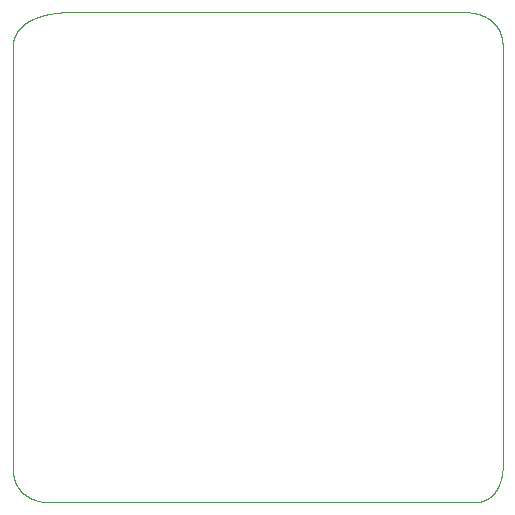
<source format=gbr>
%TF.GenerationSoftware,KiCad,Pcbnew,9.0.4*%
%TF.CreationDate,2025-09-01T01:35:23+05:30*%
%TF.ProjectId,L298,4c323938-2e6b-4696-9361-645f70636258,rev?*%
%TF.SameCoordinates,Original*%
%TF.FileFunction,Profile,NP*%
%FSLAX46Y46*%
G04 Gerber Fmt 4.6, Leading zero omitted, Abs format (unit mm)*
G04 Created by KiCad (PCBNEW 9.0.4) date 2025-09-01 01:35:23*
%MOMM*%
%LPD*%
G01*
G04 APERTURE LIST*
%ADD10C,0.050000*%
%TA.AperFunction,Profile*%
%ADD11C,0.050000*%
%TD*%
G04 APERTURE END LIST*
D10*
X188000000Y-90500000D02*
X188007897Y-90499990D01*
X188015778Y-90499960D01*
X188023642Y-90499910D01*
X188031490Y-90499840D01*
X188039321Y-90499751D01*
X188047135Y-90499642D01*
X188054933Y-90499512D01*
X188062715Y-90499364D01*
X188070481Y-90499195D01*
X188078230Y-90499007D01*
X188085962Y-90498799D01*
X188093679Y-90498572D01*
X188101379Y-90498325D01*
X188109064Y-90498059D01*
X188116732Y-90497773D01*
X188124384Y-90497468D01*
X188132020Y-90497144D01*
X188139640Y-90496800D01*
X188147244Y-90496437D01*
X188154832Y-90496055D01*
X188162405Y-90495653D01*
X188169962Y-90495233D01*
X188177503Y-90494793D01*
X188185028Y-90494334D01*
X188192537Y-90493856D01*
X188200031Y-90493359D01*
X188207509Y-90492843D01*
X188214972Y-90492308D01*
X188222419Y-90491754D01*
X188229851Y-90491182D01*
X188237267Y-90490590D01*
X188244668Y-90489980D01*
X188252054Y-90489351D01*
X188259424Y-90488703D01*
X188266779Y-90488036D01*
X188274118Y-90487351D01*
X188281443Y-90486647D01*
X188288752Y-90485925D01*
X188296047Y-90485184D01*
X188303326Y-90484424D01*
X188310590Y-90483646D01*
X188317839Y-90482849D01*
X188325074Y-90482034D01*
X188332293Y-90481201D01*
X188339498Y-90480349D01*
X188346687Y-90479478D01*
X188353862Y-90478590D01*
X188361022Y-90477683D01*
X188368168Y-90476758D01*
X188375298Y-90475814D01*
X188382415Y-90474852D01*
X188389516Y-90473873D01*
X188396603Y-90472875D01*
X188403675Y-90471859D01*
X188410734Y-90470824D01*
X188417777Y-90469772D01*
X188424807Y-90468702D01*
X188431821Y-90467613D01*
X188438822Y-90466507D01*
X188445807Y-90465383D01*
X188452780Y-90464240D01*
X188459737Y-90463080D01*
X188466682Y-90461902D01*
X188473611Y-90460706D01*
X188480527Y-90459492D01*
X188487427Y-90458261D01*
X188494316Y-90457011D01*
X188501188Y-90455744D01*
X188508049Y-90454459D01*
X188514893Y-90453157D01*
X188521726Y-90451836D01*
X188528543Y-90450499D01*
X188535348Y-90449143D01*
X188542138Y-90447770D01*
X188548915Y-90446379D01*
X188555677Y-90444970D01*
X188562428Y-90443544D01*
X188569162Y-90442101D01*
X188575886Y-90440640D01*
X188582593Y-90439161D01*
X188589290Y-90437665D01*
X188595970Y-90436152D01*
X188602640Y-90434620D01*
X188609294Y-90433072D01*
X188615937Y-90431506D01*
X188622564Y-90429923D01*
X188629180Y-90428323D01*
X188635781Y-90426705D01*
X188642371Y-90425069D01*
X188648945Y-90423417D01*
X188655509Y-90421747D01*
X188662057Y-90420060D01*
X188668594Y-90418356D01*
X188675116Y-90416634D01*
X188681628Y-90414895D01*
X188688124Y-90413139D01*
X188701080Y-90409576D01*
X188713984Y-90405943D01*
X188726837Y-90402242D01*
X188739640Y-90398473D01*
X188752392Y-90394635D01*
X188765094Y-90390729D01*
X188777745Y-90386755D01*
X188790347Y-90382713D01*
X188802900Y-90378603D01*
X188815403Y-90374425D01*
X188827857Y-90370179D01*
X188840262Y-90365866D01*
X188852619Y-90361484D01*
X188864928Y-90357036D01*
X188877189Y-90352519D01*
X188889402Y-90347935D01*
X188901567Y-90343284D01*
X188913686Y-90338565D01*
X188925757Y-90333779D01*
X188937782Y-90328925D01*
X188949760Y-90324004D01*
X188961691Y-90319016D01*
X188973577Y-90313961D01*
X188985417Y-90308838D01*
X188997211Y-90303648D01*
X189008959Y-90298391D01*
X189020663Y-90293067D01*
X189032321Y-90287675D01*
X189043935Y-90282216D01*
X189055504Y-90276690D01*
X189067029Y-90271096D01*
X189078510Y-90265435D01*
X189089947Y-90259707D01*
X189101340Y-90253911D01*
X189112689Y-90248048D01*
X189123995Y-90242118D01*
X189135258Y-90236120D01*
X189146478Y-90230054D01*
X189157655Y-90223921D01*
X189168789Y-90217720D01*
X189179881Y-90211451D01*
X189190931Y-90205115D01*
X189201938Y-90198710D01*
X189212904Y-90192238D01*
X189223828Y-90185698D01*
X189234710Y-90179089D01*
X189245551Y-90172412D01*
X189256350Y-90165667D01*
X189267108Y-90158854D01*
X189277826Y-90151972D01*
X189288502Y-90145021D01*
X189299137Y-90138001D01*
X189309732Y-90130913D01*
X189320287Y-90123756D01*
X189330801Y-90116529D01*
X189341275Y-90109234D01*
X189351709Y-90101869D01*
X189362103Y-90094434D01*
X189372456Y-90086930D01*
X189382771Y-90079356D01*
X189393045Y-90071712D01*
X189403280Y-90063998D01*
X189413476Y-90056214D01*
X189423632Y-90048359D01*
X189433749Y-90040434D01*
X189443826Y-90032438D01*
X189453865Y-90024371D01*
X189463864Y-90016233D01*
X189473825Y-90008024D01*
X189483747Y-89999743D01*
X189493629Y-89991391D01*
X189503474Y-89982967D01*
X189513279Y-89974471D01*
X189523046Y-89965903D01*
X189532774Y-89957263D01*
X189542464Y-89948550D01*
X189552115Y-89939764D01*
X189561728Y-89930905D01*
X189571302Y-89921973D01*
X189580838Y-89912968D01*
X189590336Y-89903889D01*
X189599795Y-89894736D01*
X189609216Y-89885509D01*
X189618599Y-89876208D01*
X189627943Y-89866833D01*
X189637249Y-89857383D01*
X189646517Y-89847858D01*
X189655746Y-89838258D01*
X189664937Y-89828582D01*
X189674090Y-89818831D01*
X189683205Y-89809004D01*
X189692281Y-89799101D01*
X189701319Y-89789122D01*
X189710318Y-89779066D01*
X189719279Y-89768934D01*
X189728201Y-89758724D01*
X189737085Y-89748438D01*
X189745931Y-89738074D01*
X189754738Y-89727632D01*
X189763506Y-89717112D01*
X189772235Y-89706514D01*
X189780926Y-89695837D01*
X189789577Y-89685082D01*
X189798190Y-89674248D01*
X189806764Y-89663334D01*
X189815299Y-89652342D01*
X189823794Y-89641269D01*
X189832250Y-89630117D01*
X189840667Y-89618884D01*
X189849044Y-89607571D01*
X189857382Y-89596178D01*
X189865680Y-89584703D01*
X189873938Y-89573148D01*
X189882157Y-89561511D01*
X189890335Y-89549792D01*
X189898473Y-89537992D01*
X189906571Y-89526109D01*
X189914628Y-89514144D01*
X189922645Y-89502097D01*
X189930621Y-89489966D01*
X189938556Y-89477753D01*
X189946449Y-89465457D01*
X189954302Y-89453077D01*
X189962114Y-89440613D01*
X189969883Y-89428065D01*
X189977611Y-89415433D01*
X189985297Y-89402717D01*
X189992941Y-89389917D01*
X190000543Y-89377031D01*
X190008102Y-89364061D01*
X190015619Y-89351005D01*
X190023092Y-89337864D01*
X190030523Y-89324638D01*
X190037910Y-89311325D01*
X190045253Y-89297927D01*
X190052553Y-89284443D01*
X190059809Y-89270873D01*
X190067020Y-89257216D01*
X190074187Y-89243473D01*
X190081309Y-89229643D01*
X190088387Y-89215726D01*
X190095419Y-89201722D01*
X190102405Y-89187631D01*
X190109346Y-89173453D01*
X190116241Y-89159188D01*
X190123089Y-89144835D01*
X190129891Y-89130395D01*
X190136646Y-89115867D01*
X190143353Y-89101252D01*
X190150014Y-89086549D01*
X190156626Y-89071758D01*
X190163191Y-89056880D01*
X190169706Y-89041914D01*
X190176174Y-89026860D01*
X190182592Y-89011718D01*
X190188961Y-88996489D01*
X190195280Y-88981172D01*
X190201549Y-88965767D01*
X190207767Y-88950275D01*
X190213935Y-88934696D01*
X190220052Y-88919029D01*
X190226117Y-88903275D01*
X190232131Y-88887434D01*
X190238092Y-88871506D01*
X190244001Y-88855491D01*
X190249856Y-88839390D01*
X190255658Y-88823202D01*
X190261407Y-88806929D01*
X190267101Y-88790570D01*
X190272741Y-88774125D01*
X190278326Y-88757596D01*
X190283855Y-88740981D01*
X190289329Y-88724283D01*
X190294746Y-88707501D01*
X190300106Y-88690635D01*
X190305410Y-88673687D01*
X190310655Y-88656656D01*
X190315843Y-88639544D01*
X190320972Y-88622350D01*
X190326042Y-88605076D01*
X190331053Y-88587722D01*
X190336003Y-88570290D01*
X190340893Y-88552779D01*
X190345722Y-88535191D01*
X190350490Y-88517527D01*
X190355196Y-88499787D01*
X190359839Y-88481974D01*
X190364419Y-88464087D01*
X190368936Y-88446127D01*
X190373388Y-88428098D01*
X190377776Y-88409998D01*
X190382099Y-88391831D01*
X190386355Y-88373597D01*
X190390546Y-88355299D01*
X190394669Y-88336937D01*
X190398725Y-88318513D01*
X190402713Y-88300031D01*
X190406632Y-88281490D01*
X190410482Y-88262895D01*
X190414262Y-88244246D01*
X190417971Y-88225546D01*
X190421609Y-88206799D01*
X190425175Y-88188006D01*
X190428669Y-88169171D01*
X190432089Y-88150296D01*
X190435436Y-88131385D01*
X190438708Y-88112442D01*
X190441904Y-88093471D01*
X190445025Y-88074474D01*
X190448069Y-88055457D01*
X190451035Y-88036424D01*
X190453924Y-88017381D01*
X190456733Y-87998331D01*
X190459463Y-87979282D01*
X190462112Y-87960239D01*
X190464679Y-87941209D01*
X190467165Y-87922199D01*
X190469568Y-87903216D01*
X190471887Y-87884269D01*
X190474121Y-87865366D01*
X190476270Y-87846519D01*
X190478333Y-87827737D01*
X190480308Y-87809033D01*
X190482195Y-87790418D01*
X190483993Y-87771909D01*
X190485701Y-87753519D01*
X190487318Y-87735268D01*
X190488843Y-87717175D01*
X190490275Y-87699263D01*
X190491613Y-87681556D01*
X190492856Y-87664083D01*
X190494003Y-87646879D01*
X190495053Y-87629983D01*
X190496004Y-87613440D01*
X190496856Y-87597307D01*
X190497608Y-87581651D01*
X190498258Y-87566560D01*
X190498805Y-87552144D01*
X190499249Y-87538556D01*
X190499589Y-87526012D01*
X190499825Y-87514857D01*
X190499959Y-87505728D01*
X190500000Y-87500000D01*
X149000000Y-87500000D02*
X149000010Y-87509477D01*
X149000040Y-87518934D01*
X149000090Y-87528371D01*
X149000160Y-87537788D01*
X149000249Y-87547185D01*
X149000358Y-87556562D01*
X149000488Y-87565920D01*
X149000636Y-87575258D01*
X149000805Y-87584576D01*
X149000993Y-87593874D01*
X149001201Y-87603153D01*
X149001428Y-87612413D01*
X149001675Y-87621653D01*
X149001941Y-87630873D01*
X149002227Y-87640074D01*
X149002532Y-87649255D01*
X149002856Y-87658418D01*
X149003200Y-87667560D01*
X149003563Y-87676684D01*
X149003945Y-87685789D01*
X149004346Y-87694874D01*
X149004767Y-87703940D01*
X149005206Y-87712987D01*
X149005665Y-87722015D01*
X149006143Y-87731024D01*
X149006640Y-87740013D01*
X149007155Y-87748985D01*
X149007690Y-87757936D01*
X149008243Y-87766870D01*
X149008816Y-87775784D01*
X149009407Y-87784680D01*
X149010017Y-87793556D01*
X149010646Y-87802415D01*
X149011293Y-87811254D01*
X149011959Y-87820075D01*
X149012644Y-87828877D01*
X149013347Y-87837661D01*
X149014069Y-87846426D01*
X149014809Y-87855173D01*
X149015568Y-87863901D01*
X149016346Y-87872612D01*
X149017141Y-87881303D01*
X149017955Y-87889977D01*
X149018788Y-87898632D01*
X149019639Y-87907269D01*
X149020508Y-87915887D01*
X149021395Y-87924489D01*
X149022301Y-87933071D01*
X149023224Y-87941636D01*
X149024166Y-87950182D01*
X149025126Y-87958711D01*
X149026104Y-87967221D01*
X149027100Y-87975714D01*
X149028115Y-87984188D01*
X149029147Y-87992646D01*
X149030197Y-88001084D01*
X149031265Y-88009506D01*
X149032351Y-88017910D01*
X149033455Y-88026296D01*
X149034576Y-88034664D01*
X149035716Y-88043016D01*
X149036873Y-88051348D01*
X149038048Y-88059665D01*
X149039240Y-88067963D01*
X149040450Y-88076244D01*
X149041678Y-88084507D01*
X149042924Y-88092754D01*
X149044187Y-88100982D01*
X149045468Y-88109195D01*
X149046766Y-88117388D01*
X149048082Y-88125566D01*
X149049415Y-88133725D01*
X149050765Y-88141869D01*
X149052133Y-88149994D01*
X149053519Y-88158104D01*
X149054922Y-88166194D01*
X149056342Y-88174270D01*
X149057779Y-88182327D01*
X149059234Y-88190369D01*
X149060706Y-88198392D01*
X149062195Y-88206400D01*
X149063701Y-88214390D01*
X149065225Y-88222364D01*
X149066765Y-88230321D01*
X149068323Y-88238262D01*
X149069898Y-88246185D01*
X149071490Y-88254093D01*
X149073099Y-88261982D01*
X149074725Y-88269857D01*
X149076368Y-88277714D01*
X149078028Y-88285556D01*
X149079705Y-88293379D01*
X149081399Y-88301189D01*
X149083109Y-88308980D01*
X149084837Y-88316756D01*
X149086581Y-88324515D01*
X149088343Y-88332259D01*
X149090121Y-88339985D01*
X149091916Y-88347696D01*
X149093727Y-88355390D01*
X149095556Y-88363070D01*
X149097400Y-88370731D01*
X149099262Y-88378379D01*
X149101140Y-88386008D01*
X149103036Y-88393623D01*
X149104947Y-88401221D01*
X149106875Y-88408805D01*
X149108820Y-88416370D01*
X149110782Y-88423923D01*
X149112759Y-88431457D01*
X149114754Y-88438978D01*
X149116764Y-88446480D01*
X149118792Y-88453970D01*
X149120836Y-88461441D01*
X149122896Y-88468899D01*
X149124973Y-88476339D01*
X149127066Y-88483766D01*
X149129175Y-88491175D01*
X149131301Y-88498571D01*
X149133443Y-88505949D01*
X149135602Y-88513315D01*
X149137777Y-88520662D01*
X149139968Y-88527997D01*
X149142175Y-88535313D01*
X149144399Y-88542617D01*
X149146638Y-88549903D01*
X149148895Y-88557177D01*
X149151167Y-88564433D01*
X149153456Y-88571676D01*
X149155760Y-88578902D01*
X149160418Y-88593310D01*
X149165140Y-88607659D01*
X149169927Y-88621948D01*
X149174778Y-88636177D01*
X149179693Y-88650347D01*
X149184672Y-88664458D01*
X149189715Y-88678510D01*
X149194821Y-88692504D01*
X149199992Y-88706440D01*
X149205226Y-88720317D01*
X149210524Y-88734137D01*
X149215885Y-88747899D01*
X149221310Y-88761604D01*
X149226797Y-88775252D01*
X149232348Y-88788843D01*
X149237962Y-88802378D01*
X149243640Y-88815856D01*
X149249380Y-88829278D01*
X149255183Y-88842644D01*
X149261049Y-88855954D01*
X149266977Y-88869209D01*
X149272969Y-88882409D01*
X149279023Y-88895553D01*
X149285140Y-88908643D01*
X149291319Y-88921678D01*
X149297561Y-88934659D01*
X149303866Y-88947586D01*
X149310233Y-88960459D01*
X149316662Y-88973277D01*
X149323154Y-88986043D01*
X149329708Y-88998755D01*
X149336325Y-89011413D01*
X149343004Y-89024019D01*
X149349745Y-89036572D01*
X149356549Y-89049072D01*
X149363415Y-89061520D01*
X149370344Y-89073916D01*
X149377335Y-89086259D01*
X149384388Y-89098551D01*
X149391503Y-89110790D01*
X149398681Y-89122979D01*
X149405922Y-89135116D01*
X149413224Y-89147201D01*
X149420589Y-89159236D01*
X149428017Y-89171220D01*
X149435507Y-89183152D01*
X149443059Y-89195035D01*
X149450674Y-89206867D01*
X149458352Y-89218648D01*
X149466092Y-89230380D01*
X149473895Y-89242061D01*
X149481760Y-89253692D01*
X149489688Y-89265274D01*
X149497679Y-89276806D01*
X149505733Y-89288289D01*
X149513850Y-89299722D01*
X149522030Y-89311106D01*
X149530272Y-89322441D01*
X149538578Y-89333727D01*
X149546947Y-89344964D01*
X149555379Y-89356153D01*
X149563874Y-89367292D01*
X149572433Y-89378383D01*
X149581055Y-89389426D01*
X149589741Y-89400420D01*
X149598490Y-89411366D01*
X149607303Y-89422264D01*
X149616180Y-89433114D01*
X149625120Y-89443915D01*
X149634125Y-89454669D01*
X149643193Y-89465375D01*
X149652326Y-89476033D01*
X149661522Y-89486643D01*
X149670784Y-89497206D01*
X149680109Y-89507721D01*
X149689499Y-89518189D01*
X149698954Y-89528609D01*
X149708474Y-89538981D01*
X149718058Y-89549306D01*
X149727707Y-89559584D01*
X149737422Y-89569815D01*
X149747201Y-89579998D01*
X149757046Y-89590134D01*
X149766956Y-89600223D01*
X149776932Y-89610265D01*
X149786974Y-89620260D01*
X149797081Y-89630207D01*
X149807254Y-89640108D01*
X149817493Y-89649961D01*
X149827799Y-89659767D01*
X149838170Y-89669526D01*
X149848608Y-89679238D01*
X149859113Y-89688903D01*
X149869684Y-89698520D01*
X149880322Y-89708091D01*
X149891027Y-89717614D01*
X149901798Y-89727090D01*
X149912637Y-89736519D01*
X149923544Y-89745901D01*
X149934517Y-89755235D01*
X149945559Y-89764522D01*
X149956668Y-89773762D01*
X149967844Y-89782955D01*
X149979089Y-89792100D01*
X149990402Y-89801197D01*
X150001783Y-89810247D01*
X150013232Y-89819249D01*
X150024749Y-89828204D01*
X150036336Y-89837111D01*
X150047990Y-89845970D01*
X150059714Y-89854781D01*
X150071507Y-89863544D01*
X150083368Y-89872259D01*
X150095299Y-89880925D01*
X150107299Y-89889544D01*
X150119368Y-89898114D01*
X150131507Y-89906635D01*
X150143716Y-89915108D01*
X150155994Y-89923533D01*
X150168342Y-89931908D01*
X150180760Y-89940235D01*
X150193248Y-89948512D01*
X150205806Y-89956740D01*
X150218434Y-89964919D01*
X150231133Y-89973048D01*
X150243902Y-89981128D01*
X150256741Y-89989158D01*
X150269651Y-89997138D01*
X150282631Y-90005067D01*
X150295683Y-90012947D01*
X150308804Y-90020776D01*
X150321997Y-90028554D01*
X150335261Y-90036282D01*
X150348595Y-90043958D01*
X150362000Y-90051584D01*
X150375476Y-90059158D01*
X150389023Y-90066680D01*
X150402642Y-90074151D01*
X150416331Y-90081570D01*
X150430091Y-90088936D01*
X150443922Y-90096250D01*
X150457824Y-90103512D01*
X150471797Y-90110720D01*
X150485841Y-90117876D01*
X150499956Y-90124978D01*
X150514142Y-90132027D01*
X150528398Y-90139021D01*
X150542725Y-90145962D01*
X150557123Y-90152848D01*
X150571592Y-90159680D01*
X150586130Y-90166457D01*
X150600739Y-90173179D01*
X150615419Y-90179845D01*
X150630168Y-90186456D01*
X150644987Y-90193011D01*
X150659876Y-90199509D01*
X150674834Y-90205951D01*
X150689862Y-90212336D01*
X150704958Y-90218664D01*
X150720124Y-90224934D01*
X150735357Y-90231146D01*
X150750660Y-90237300D01*
X150766030Y-90243396D01*
X150781467Y-90249433D01*
X150796972Y-90255411D01*
X150812544Y-90261329D01*
X150828183Y-90267187D01*
X150843887Y-90272985D01*
X150859657Y-90278723D01*
X150875492Y-90284399D01*
X150891392Y-90290014D01*
X150907356Y-90295568D01*
X150923383Y-90301059D01*
X150939473Y-90306488D01*
X150955626Y-90311854D01*
X150971840Y-90317156D01*
X150988115Y-90322395D01*
X151004450Y-90327569D01*
X151020844Y-90332679D01*
X151037296Y-90337724D01*
X151053807Y-90342703D01*
X151070373Y-90347616D01*
X151086996Y-90352463D01*
X151103672Y-90357244D01*
X151120402Y-90361956D01*
X151137185Y-90366601D01*
X151154018Y-90371178D01*
X151170901Y-90375686D01*
X151187832Y-90380124D01*
X151204810Y-90384493D01*
X151221833Y-90388792D01*
X151238900Y-90393019D01*
X151256008Y-90397176D01*
X151273157Y-90401260D01*
X151290343Y-90405272D01*
X151307565Y-90409211D01*
X151324822Y-90413076D01*
X151342109Y-90416867D01*
X151359426Y-90420584D01*
X151376769Y-90424225D01*
X151394136Y-90427790D01*
X151411524Y-90431279D01*
X151428930Y-90434691D01*
X151446350Y-90438025D01*
X151463780Y-90441280D01*
X151481218Y-90444457D01*
X151498660Y-90447553D01*
X151516100Y-90450570D01*
X151533534Y-90453505D01*
X151550958Y-90456359D01*
X151568367Y-90459130D01*
X151585754Y-90461818D01*
X151603113Y-90464422D01*
X151620439Y-90466941D01*
X151637725Y-90469375D01*
X151654961Y-90471723D01*
X151672141Y-90473984D01*
X151689256Y-90476157D01*
X151706295Y-90478241D01*
X151723248Y-90480236D01*
X151740103Y-90482141D01*
X151756847Y-90483955D01*
X151773466Y-90485677D01*
X151789944Y-90487306D01*
X151806263Y-90488842D01*
X151822403Y-90490282D01*
X151838341Y-90491627D01*
X151854051Y-90492876D01*
X151869503Y-90494027D01*
X151884661Y-90495079D01*
X151899484Y-90496032D01*
X151913922Y-90496884D01*
X151927913Y-90497634D01*
X151941380Y-90498282D01*
X151954223Y-90498827D01*
X151966304Y-90499267D01*
X151977426Y-90499603D01*
X151987277Y-90499834D01*
X151995271Y-90499963D01*
X152000000Y-90500000D01*
X149000000Y-52000000D02*
X149000010Y-51992261D01*
X149000040Y-51984535D01*
X149000090Y-51976822D01*
X149000160Y-51969123D01*
X149000249Y-51961436D01*
X149000359Y-51953763D01*
X149000488Y-51946103D01*
X149000637Y-51938457D01*
X149000806Y-51930823D01*
X149000994Y-51923202D01*
X149001202Y-51915594D01*
X149001430Y-51907999D01*
X149001678Y-51900417D01*
X149001945Y-51892849D01*
X149002231Y-51885292D01*
X149002537Y-51877749D01*
X149002863Y-51870218D01*
X149003208Y-51862701D01*
X149003572Y-51855195D01*
X149003956Y-51847703D01*
X149004359Y-51840223D01*
X149004781Y-51832756D01*
X149005223Y-51825301D01*
X149005684Y-51817859D01*
X149006164Y-51810429D01*
X149006664Y-51803012D01*
X149007182Y-51795606D01*
X149007720Y-51788214D01*
X149008277Y-51780834D01*
X149008853Y-51773466D01*
X149009448Y-51766110D01*
X149010063Y-51758767D01*
X149010696Y-51751435D01*
X149011348Y-51744117D01*
X149012020Y-51736809D01*
X149012710Y-51729515D01*
X149013419Y-51722232D01*
X149014147Y-51714961D01*
X149014894Y-51707702D01*
X149015660Y-51700456D01*
X149016444Y-51693220D01*
X149017248Y-51685998D01*
X149018070Y-51678786D01*
X149018911Y-51671587D01*
X149019771Y-51664399D01*
X149020649Y-51657223D01*
X149021546Y-51650058D01*
X149022462Y-51642906D01*
X149023396Y-51635765D01*
X149024349Y-51628636D01*
X149025321Y-51621518D01*
X149026311Y-51614412D01*
X149027320Y-51607317D01*
X149028348Y-51600234D01*
X149029394Y-51593161D01*
X149030458Y-51586102D01*
X149031541Y-51579052D01*
X149032642Y-51572015D01*
X149033762Y-51564987D01*
X149034901Y-51557973D01*
X149036058Y-51550968D01*
X149037233Y-51543976D01*
X149038426Y-51536993D01*
X149039638Y-51530023D01*
X149040868Y-51523063D01*
X149042117Y-51516115D01*
X149043384Y-51509177D01*
X149044669Y-51502252D01*
X149045973Y-51495335D01*
X149047294Y-51488432D01*
X149048634Y-51481537D01*
X149049992Y-51474655D01*
X149051369Y-51467782D01*
X149052764Y-51460922D01*
X149054177Y-51454070D01*
X149055608Y-51447232D01*
X149057057Y-51440402D01*
X149058524Y-51433584D01*
X149061514Y-51419979D01*
X149064575Y-51406417D01*
X149067710Y-51392896D01*
X149070916Y-51379417D01*
X149074195Y-51365980D01*
X149077546Y-51352584D01*
X149080969Y-51339229D01*
X149084464Y-51325915D01*
X149088031Y-51312641D01*
X149091669Y-51299407D01*
X149095380Y-51286214D01*
X149099162Y-51273060D01*
X149103017Y-51259946D01*
X149106943Y-51246871D01*
X149110940Y-51233836D01*
X149115009Y-51220839D01*
X149119150Y-51207881D01*
X149123362Y-51194961D01*
X149127646Y-51182080D01*
X149132002Y-51169236D01*
X149136429Y-51156430D01*
X149140927Y-51143662D01*
X149145498Y-51130931D01*
X149150139Y-51118237D01*
X149154853Y-51105579D01*
X149159638Y-51092959D01*
X149164494Y-51080375D01*
X149169422Y-51067827D01*
X149174422Y-51055315D01*
X149179494Y-51042839D01*
X149184637Y-51030399D01*
X149189852Y-51017994D01*
X149195139Y-51005625D01*
X149200498Y-50993290D01*
X149205929Y-50980990D01*
X149211432Y-50968725D01*
X149217006Y-50956494D01*
X149222654Y-50944298D01*
X149228373Y-50932136D01*
X149234165Y-50920007D01*
X149240029Y-50907913D01*
X149245965Y-50895852D01*
X149251974Y-50883824D01*
X149258056Y-50871830D01*
X149264211Y-50859868D01*
X149270439Y-50847940D01*
X149276739Y-50836044D01*
X149283113Y-50824181D01*
X149289560Y-50812350D01*
X149296081Y-50800552D01*
X149302675Y-50788786D01*
X149309343Y-50777051D01*
X149316084Y-50765349D01*
X149322900Y-50753678D01*
X149329789Y-50742038D01*
X149336753Y-50730430D01*
X149343791Y-50718854D01*
X149350904Y-50707308D01*
X149358092Y-50695793D01*
X149365354Y-50684310D01*
X149372692Y-50672857D01*
X149380104Y-50661434D01*
X149387593Y-50650043D01*
X149395157Y-50638681D01*
X149402796Y-50627350D01*
X149410512Y-50616049D01*
X149418304Y-50604778D01*
X149426172Y-50593537D01*
X149434117Y-50582326D01*
X149442139Y-50571145D01*
X149450238Y-50559993D01*
X149458414Y-50548871D01*
X149466668Y-50537778D01*
X149474999Y-50526715D01*
X149483408Y-50515681D01*
X149491896Y-50504676D01*
X149500461Y-50493701D01*
X149509106Y-50482755D01*
X149517829Y-50471837D01*
X149526631Y-50460949D01*
X149535513Y-50450090D01*
X149544475Y-50439259D01*
X149553516Y-50428457D01*
X149562637Y-50417684D01*
X149571839Y-50406940D01*
X149581122Y-50396224D01*
X149590485Y-50385537D01*
X149599930Y-50374878D01*
X149609456Y-50364248D01*
X149619064Y-50353646D01*
X149628754Y-50343073D01*
X149638526Y-50332528D01*
X149648381Y-50322012D01*
X149658318Y-50311524D01*
X149668339Y-50301064D01*
X149678444Y-50290633D01*
X149688632Y-50280230D01*
X149698904Y-50269855D01*
X149709261Y-50259509D01*
X149719702Y-50249191D01*
X149730228Y-50238901D01*
X149740840Y-50228640D01*
X149751537Y-50218407D01*
X149762321Y-50208202D01*
X149773190Y-50198026D01*
X149784146Y-50187878D01*
X149795189Y-50177759D01*
X149806319Y-50167668D01*
X149817537Y-50157605D01*
X149828842Y-50147571D01*
X149840236Y-50137566D01*
X149851718Y-50127589D01*
X149863289Y-50117640D01*
X149874949Y-50107721D01*
X149886699Y-50097830D01*
X149898539Y-50087968D01*
X149910469Y-50078134D01*
X149922489Y-50068330D01*
X149934600Y-50058554D01*
X149946803Y-50048808D01*
X149959097Y-50039090D01*
X149971483Y-50029402D01*
X149983961Y-50019743D01*
X149996532Y-50010114D01*
X150009196Y-50000514D01*
X150021953Y-49990943D01*
X150034804Y-49981402D01*
X150047748Y-49971890D01*
X150060788Y-49962409D01*
X150073921Y-49952957D01*
X150087150Y-49943535D01*
X150100475Y-49934144D01*
X150113895Y-49924782D01*
X150127411Y-49915451D01*
X150141024Y-49906150D01*
X150154733Y-49896880D01*
X150168540Y-49887641D01*
X150182444Y-49878432D01*
X150196446Y-49869255D01*
X150210547Y-49860108D01*
X150224746Y-49850993D01*
X150239043Y-49841909D01*
X150253441Y-49832857D01*
X150267937Y-49823836D01*
X150282534Y-49814848D01*
X150297231Y-49805891D01*
X150312029Y-49796966D01*
X150326928Y-49788074D01*
X150341928Y-49779214D01*
X150357030Y-49770387D01*
X150372234Y-49761593D01*
X150387540Y-49752832D01*
X150402949Y-49744103D01*
X150418461Y-49735409D01*
X150434077Y-49726748D01*
X150449796Y-49718120D01*
X150465619Y-49709527D01*
X150481547Y-49700968D01*
X150497579Y-49692443D01*
X150513717Y-49683953D01*
X150529959Y-49675497D01*
X150546308Y-49667077D01*
X150562762Y-49658692D01*
X150579323Y-49650342D01*
X150595990Y-49642028D01*
X150612764Y-49633750D01*
X150629645Y-49625508D01*
X150646633Y-49617302D01*
X150663730Y-49609133D01*
X150680934Y-49601001D01*
X150698247Y-49592906D01*
X150715668Y-49584848D01*
X150733198Y-49576828D01*
X150750837Y-49568846D01*
X150768585Y-49560902D01*
X150786443Y-49552996D01*
X150804411Y-49545129D01*
X150822488Y-49537301D01*
X150840676Y-49529512D01*
X150858975Y-49521763D01*
X150877384Y-49514053D01*
X150895904Y-49506383D01*
X150914536Y-49498754D01*
X150933278Y-49491166D01*
X150952132Y-49483618D01*
X150971098Y-49476112D01*
X150990175Y-49468647D01*
X151009364Y-49461224D01*
X151028666Y-49453843D01*
X151048079Y-49446505D01*
X151067605Y-49439209D01*
X151087243Y-49431957D01*
X151106994Y-49424748D01*
X151126858Y-49417583D01*
X151146834Y-49410462D01*
X151166923Y-49403386D01*
X151187124Y-49396354D01*
X151207439Y-49389368D01*
X151227866Y-49382427D01*
X151248406Y-49375532D01*
X151269059Y-49368683D01*
X151289824Y-49361881D01*
X151310702Y-49355126D01*
X151331693Y-49348418D01*
X151352796Y-49341758D01*
X151374012Y-49335146D01*
X151395340Y-49328582D01*
X151416780Y-49322068D01*
X151438332Y-49315602D01*
X151459996Y-49309187D01*
X151481771Y-49302821D01*
X151503658Y-49296506D01*
X151525655Y-49290242D01*
X151547763Y-49284029D01*
X151569982Y-49277868D01*
X151592311Y-49271759D01*
X151614749Y-49265703D01*
X151637296Y-49259699D01*
X151659953Y-49253750D01*
X151682717Y-49247854D01*
X151705589Y-49242012D01*
X151728569Y-49236225D01*
X151751655Y-49230494D01*
X151774847Y-49224818D01*
X151798144Y-49219198D01*
X151821546Y-49213635D01*
X151845051Y-49208129D01*
X151868660Y-49202681D01*
X151892370Y-49197291D01*
X151916182Y-49191960D01*
X151940094Y-49186687D01*
X151964105Y-49181474D01*
X151988214Y-49176322D01*
X152012420Y-49171230D01*
X152036721Y-49166199D01*
X152061117Y-49161229D01*
X152085606Y-49156322D01*
X152110187Y-49151478D01*
X152134857Y-49146697D01*
X152159616Y-49141979D01*
X152184462Y-49137327D01*
X152209392Y-49132739D01*
X152234406Y-49128216D01*
X152259500Y-49123760D01*
X152284673Y-49119370D01*
X152309923Y-49115047D01*
X152335247Y-49110792D01*
X152360642Y-49106606D01*
X152386107Y-49102489D01*
X152411638Y-49098441D01*
X152437232Y-49094464D01*
X152462887Y-49090557D01*
X152488598Y-49086722D01*
X152514363Y-49082959D01*
X152540177Y-49079269D01*
X152566037Y-49075653D01*
X152591939Y-49072110D01*
X152617878Y-49068643D01*
X152643849Y-49065250D01*
X152669848Y-49061935D01*
X152695869Y-49058695D01*
X152721906Y-49055534D01*
X152747954Y-49052451D01*
X152774006Y-49049447D01*
X152800055Y-49046522D01*
X152826094Y-49043678D01*
X152852115Y-49040916D01*
X152878109Y-49038235D01*
X152904068Y-49035638D01*
X152929981Y-49033124D01*
X152955839Y-49030694D01*
X152981629Y-49028350D01*
X153007339Y-49026092D01*
X153032956Y-49023920D01*
X153058465Y-49021837D01*
X153083849Y-49019842D01*
X153109093Y-49017937D01*
X153134175Y-49016122D01*
X153159074Y-49014399D01*
X153183767Y-49012768D01*
X153208226Y-49011230D01*
X153232422Y-49009786D01*
X153256320Y-49008438D01*
X153279882Y-49007186D01*
X153303061Y-49006031D01*
X153325807Y-49004974D01*
X153348057Y-49004017D01*
X153369735Y-49003159D01*
X153390752Y-49002404D01*
X153410991Y-49001750D01*
X153430305Y-49001200D01*
X153448492Y-49000754D01*
X153465263Y-49000413D01*
X153480160Y-49000176D01*
X153492342Y-49000042D01*
X153500000Y-49000000D01*
X190500000Y-52000000D02*
X190499990Y-51990523D01*
X190499960Y-51981066D01*
X190499910Y-51971629D01*
X190499840Y-51962212D01*
X190499751Y-51952815D01*
X190499642Y-51943438D01*
X190499512Y-51934080D01*
X190499364Y-51924742D01*
X190499195Y-51915424D01*
X190499007Y-51906126D01*
X190498799Y-51896847D01*
X190498572Y-51887587D01*
X190498325Y-51878347D01*
X190498059Y-51869127D01*
X190497773Y-51859926D01*
X190497468Y-51850745D01*
X190497144Y-51841582D01*
X190496800Y-51832440D01*
X190496437Y-51823316D01*
X190496055Y-51814211D01*
X190495654Y-51805126D01*
X190495233Y-51796060D01*
X190494794Y-51787013D01*
X190494335Y-51777985D01*
X190493857Y-51768976D01*
X190493360Y-51759987D01*
X190492845Y-51751015D01*
X190492310Y-51742064D01*
X190491757Y-51733130D01*
X190491184Y-51724216D01*
X190490593Y-51715320D01*
X190489983Y-51706444D01*
X190489354Y-51697585D01*
X190488707Y-51688746D01*
X190488041Y-51679925D01*
X190487356Y-51671123D01*
X190486653Y-51662339D01*
X190485931Y-51653574D01*
X190485191Y-51644827D01*
X190484432Y-51636099D01*
X190483654Y-51627388D01*
X190482859Y-51618697D01*
X190482045Y-51610023D01*
X190481212Y-51601368D01*
X190480361Y-51592731D01*
X190479492Y-51584113D01*
X190478605Y-51575511D01*
X190477699Y-51566929D01*
X190476776Y-51558364D01*
X190475834Y-51549818D01*
X190474874Y-51541289D01*
X190473896Y-51532779D01*
X190472900Y-51524286D01*
X190471885Y-51515812D01*
X190470853Y-51507354D01*
X190469803Y-51498916D01*
X190468735Y-51490494D01*
X190467649Y-51482090D01*
X190466545Y-51473704D01*
X190465424Y-51465336D01*
X190464284Y-51456984D01*
X190463127Y-51448652D01*
X190461952Y-51440335D01*
X190460760Y-51432037D01*
X190459550Y-51423756D01*
X190458322Y-51415493D01*
X190457076Y-51407246D01*
X190455813Y-51399018D01*
X190454532Y-51390805D01*
X190453234Y-51382612D01*
X190451918Y-51374434D01*
X190450585Y-51366275D01*
X190449235Y-51358131D01*
X190447867Y-51350006D01*
X190446481Y-51341896D01*
X190445078Y-51333806D01*
X190443658Y-51325730D01*
X190442221Y-51317673D01*
X190440766Y-51309631D01*
X190439294Y-51301608D01*
X190437805Y-51293600D01*
X190436299Y-51285610D01*
X190434775Y-51277636D01*
X190433235Y-51269679D01*
X190431677Y-51261738D01*
X190430102Y-51253815D01*
X190428510Y-51245907D01*
X190426901Y-51238018D01*
X190425275Y-51230143D01*
X190423632Y-51222286D01*
X190421972Y-51214444D01*
X190420295Y-51206621D01*
X190418601Y-51198811D01*
X190416891Y-51191020D01*
X190415163Y-51183244D01*
X190413419Y-51175485D01*
X190411657Y-51167741D01*
X190409879Y-51160015D01*
X190408084Y-51152304D01*
X190406273Y-51144610D01*
X190404444Y-51136930D01*
X190402600Y-51129269D01*
X190400738Y-51121621D01*
X190398860Y-51113992D01*
X190396964Y-51106377D01*
X190395053Y-51098779D01*
X190393125Y-51091195D01*
X190391180Y-51083630D01*
X190389218Y-51076077D01*
X190387241Y-51068543D01*
X190385246Y-51061022D01*
X190383236Y-51053520D01*
X190381208Y-51046030D01*
X190379164Y-51038559D01*
X190377104Y-51031101D01*
X190375027Y-51023661D01*
X190372934Y-51016234D01*
X190370825Y-51008825D01*
X190368699Y-51001429D01*
X190366557Y-50994051D01*
X190364398Y-50986685D01*
X190362223Y-50979338D01*
X190360032Y-50972003D01*
X190357825Y-50964687D01*
X190355601Y-50957383D01*
X190353362Y-50950097D01*
X190351105Y-50942823D01*
X190348833Y-50935567D01*
X190346544Y-50928324D01*
X190344240Y-50921098D01*
X190339582Y-50906690D01*
X190334860Y-50892341D01*
X190330073Y-50878052D01*
X190325222Y-50863823D01*
X190320307Y-50849653D01*
X190315328Y-50835542D01*
X190310285Y-50821490D01*
X190305179Y-50807496D01*
X190300008Y-50793560D01*
X190294774Y-50779683D01*
X190289476Y-50765863D01*
X190284115Y-50752101D01*
X190278690Y-50738396D01*
X190273203Y-50724748D01*
X190267652Y-50711157D01*
X190262038Y-50697622D01*
X190256360Y-50684144D01*
X190250620Y-50670722D01*
X190244817Y-50657356D01*
X190238951Y-50644046D01*
X190233023Y-50630791D01*
X190227031Y-50617591D01*
X190220977Y-50604447D01*
X190214860Y-50591357D01*
X190208681Y-50578322D01*
X190202439Y-50565341D01*
X190196134Y-50552414D01*
X190189767Y-50539541D01*
X190183338Y-50526723D01*
X190176846Y-50513957D01*
X190170292Y-50501245D01*
X190163675Y-50488587D01*
X190156996Y-50475981D01*
X190150255Y-50463428D01*
X190143451Y-50450928D01*
X190136585Y-50438480D01*
X190129656Y-50426084D01*
X190122665Y-50413741D01*
X190115612Y-50401449D01*
X190108497Y-50389210D01*
X190101319Y-50377021D01*
X190094078Y-50364884D01*
X190086776Y-50352799D01*
X190079411Y-50340764D01*
X190071983Y-50328780D01*
X190064493Y-50316848D01*
X190056941Y-50304965D01*
X190049326Y-50293133D01*
X190041648Y-50281352D01*
X190033908Y-50269620D01*
X190026105Y-50257939D01*
X190018240Y-50246308D01*
X190010312Y-50234726D01*
X190002321Y-50223194D01*
X189994267Y-50211711D01*
X189986150Y-50200278D01*
X189977970Y-50188894D01*
X189969728Y-50177559D01*
X189961422Y-50166273D01*
X189953053Y-50155036D01*
X189944621Y-50143847D01*
X189936126Y-50132708D01*
X189927567Y-50121617D01*
X189918945Y-50110574D01*
X189910259Y-50099580D01*
X189901510Y-50088634D01*
X189892697Y-50077736D01*
X189883820Y-50066886D01*
X189874880Y-50056085D01*
X189865875Y-50045331D01*
X189856807Y-50034625D01*
X189847674Y-50023967D01*
X189838478Y-50013357D01*
X189829216Y-50002794D01*
X189819891Y-49992279D01*
X189810501Y-49981811D01*
X189801046Y-49971391D01*
X189791526Y-49961019D01*
X189781942Y-49950694D01*
X189772293Y-49940416D01*
X189762578Y-49930185D01*
X189752799Y-49920002D01*
X189742954Y-49909866D01*
X189733044Y-49899777D01*
X189723068Y-49889735D01*
X189713026Y-49879740D01*
X189702919Y-49869793D01*
X189692746Y-49859892D01*
X189682507Y-49850039D01*
X189672201Y-49840233D01*
X189661830Y-49830474D01*
X189651392Y-49820762D01*
X189640887Y-49811097D01*
X189630316Y-49801480D01*
X189619678Y-49791909D01*
X189608973Y-49782386D01*
X189598202Y-49772910D01*
X189587363Y-49763481D01*
X189576456Y-49754099D01*
X189565483Y-49744765D01*
X189554441Y-49735478D01*
X189543332Y-49726238D01*
X189532156Y-49717045D01*
X189520911Y-49707900D01*
X189509598Y-49698803D01*
X189498217Y-49689753D01*
X189486768Y-49680751D01*
X189475251Y-49671796D01*
X189463664Y-49662889D01*
X189452010Y-49654030D01*
X189440286Y-49645219D01*
X189428493Y-49636456D01*
X189416632Y-49627741D01*
X189404701Y-49619075D01*
X189392701Y-49610456D01*
X189380632Y-49601886D01*
X189368493Y-49593365D01*
X189356284Y-49584892D01*
X189344006Y-49576467D01*
X189331658Y-49568092D01*
X189319240Y-49559765D01*
X189306752Y-49551488D01*
X189294194Y-49543260D01*
X189281566Y-49535081D01*
X189268867Y-49526952D01*
X189256098Y-49518872D01*
X189243259Y-49510842D01*
X189230349Y-49502862D01*
X189217369Y-49494933D01*
X189204317Y-49487053D01*
X189191196Y-49479224D01*
X189178003Y-49471446D01*
X189164739Y-49463718D01*
X189151405Y-49456042D01*
X189138000Y-49448416D01*
X189124524Y-49440842D01*
X189110977Y-49433320D01*
X189097358Y-49425849D01*
X189083669Y-49418430D01*
X189069909Y-49411064D01*
X189056078Y-49403750D01*
X189042176Y-49396488D01*
X189028203Y-49389280D01*
X189014159Y-49382124D01*
X189000044Y-49375022D01*
X188985858Y-49367973D01*
X188971602Y-49360979D01*
X188957275Y-49354038D01*
X188942877Y-49347152D01*
X188928408Y-49340320D01*
X188913870Y-49333543D01*
X188899261Y-49326821D01*
X188884581Y-49320155D01*
X188869832Y-49313544D01*
X188855013Y-49306989D01*
X188840124Y-49300491D01*
X188825166Y-49294049D01*
X188810138Y-49287664D01*
X188795042Y-49281336D01*
X188779876Y-49275066D01*
X188764643Y-49268854D01*
X188749340Y-49262700D01*
X188733970Y-49256604D01*
X188718533Y-49250567D01*
X188703028Y-49244589D01*
X188687456Y-49238671D01*
X188671817Y-49232813D01*
X188656113Y-49227015D01*
X188640343Y-49221277D01*
X188624508Y-49215601D01*
X188608608Y-49209986D01*
X188592644Y-49204432D01*
X188576617Y-49198941D01*
X188560527Y-49193512D01*
X188544374Y-49188146D01*
X188528160Y-49182844D01*
X188511885Y-49177605D01*
X188495550Y-49172431D01*
X188479156Y-49167321D01*
X188462704Y-49162276D01*
X188446193Y-49157297D01*
X188429627Y-49152384D01*
X188413004Y-49147537D01*
X188396328Y-49142756D01*
X188379598Y-49138044D01*
X188362815Y-49133399D01*
X188345982Y-49128822D01*
X188329099Y-49124314D01*
X188312168Y-49119876D01*
X188295190Y-49115507D01*
X188278167Y-49111208D01*
X188261100Y-49106981D01*
X188243992Y-49102824D01*
X188226843Y-49098740D01*
X188209657Y-49094728D01*
X188192435Y-49090789D01*
X188175178Y-49086924D01*
X188157891Y-49083133D01*
X188140574Y-49079416D01*
X188123231Y-49075775D01*
X188105864Y-49072210D01*
X188088476Y-49068721D01*
X188071070Y-49065309D01*
X188053650Y-49061975D01*
X188036220Y-49058720D01*
X188018782Y-49055543D01*
X188001340Y-49052447D01*
X187983900Y-49049430D01*
X187966466Y-49046495D01*
X187949042Y-49043641D01*
X187931633Y-49040870D01*
X187914246Y-49038182D01*
X187896887Y-49035578D01*
X187879561Y-49033059D01*
X187862275Y-49030625D01*
X187845039Y-49028277D01*
X187827859Y-49026016D01*
X187810744Y-49023843D01*
X187793705Y-49021759D01*
X187776752Y-49019764D01*
X187759897Y-49017859D01*
X187743153Y-49016045D01*
X187726534Y-49014323D01*
X187710056Y-49012694D01*
X187693737Y-49011158D01*
X187677597Y-49009718D01*
X187661659Y-49008373D01*
X187645949Y-49007124D01*
X187630497Y-49005973D01*
X187615339Y-49004921D01*
X187600516Y-49003968D01*
X187586078Y-49003116D01*
X187572087Y-49002366D01*
X187558620Y-49001718D01*
X187545777Y-49001173D01*
X187533696Y-49000733D01*
X187522574Y-49000397D01*
X187512723Y-49000166D01*
X187504729Y-49000037D01*
X187500000Y-49000000D01*
D11*
X149000000Y-87500000D02*
X149000000Y-52000000D01*
X187500000Y-49000000D02*
X153500000Y-49000000D01*
X190500000Y-87500000D02*
X190500000Y-52000000D01*
X152500000Y-90500000D02*
X152000000Y-90500000D01*
X153000000Y-90500000D02*
X152500000Y-90500000D01*
X188000000Y-90500000D02*
X153000000Y-90500000D01*
M02*

</source>
